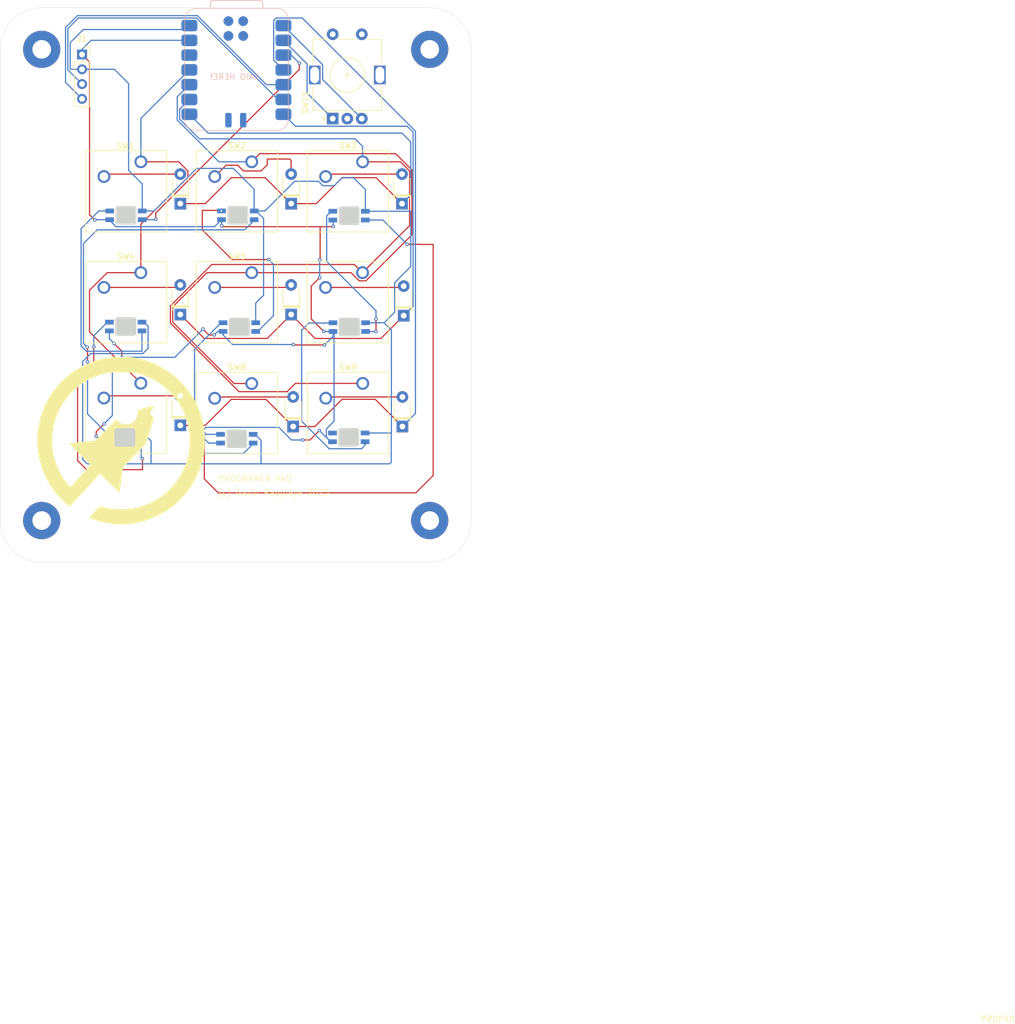
<source format=kicad_pcb>
(kicad_pcb (version 20241229) (generator "pcbnew") (generator_version "9.0")
  (layers (0 "F.Cu" signal) (2 "B.Cu" signal) (13 "F.Paste" user) (15 "B.Paste" user) (5 "F.SilkS" user "F.Silkscreen") (7 "B.SilkS" user "B.Silkscreen") (1 "F.Mask" user) (3 "B.Mask" user) (25 "Edge.Cuts" user))
  (net 0 "")
  (net 1 "/SDA")
  (net 2 "/SCL")
  (net 3 "Net-(D1-DOUT)")
  (net 4 "Net-(D1-DIN)")
  (net 5 "Row 0")
  (net 6 "Net-(D2-A)")
  (net 7 "Net-(D3-A)")
  (net 8 "Net-(D4-A)")
  (net 9 "Row 1")
  (net 10 "Net-(D5-A)")
  (net 11 "Net-(D6-A)")
  (net 12 "Net-(D7-A)")
  (net 13 "Row 2")
  (net 14 "Net-(D8-A)")
  (net 15 "Net-(D9-A)")
  (net 16 "Net-(D10-A)")
  (net 17 "Net-(D11-DOUT)")
  (net 18 "Net-(D12-DOUT)")
  (net 19 "Net-(D13-DOUT)")
  (net 20 "Net-(D14-DOUT)")
  (net 21 "Net-(D15-DOUT)")
  (net 22 "Net-(D16-DOUT)")
  (net 23 "Net-(D17-DOUT)")
  (net 25 "Column 0")
  (net 26 "Column 1")
  (net 27 "Column 2")
  (net 31 "Net-(U1-GPIO26{slash}ADC0{slash}A0)")
  (net 32 "Net-(U1-GPIO27{slash}ADC1{slash}A1)")
  (net 33 "+5V")
  (net 34 "GND")
  (footprint "Rotary_Encoder_hackpad:RotaryEncoder_Alps_EC11E-Switch_Vertical_H20mm" (layer "F.Cu") (at 74.472588 35.182825 90)
    (property "Reference" "SW11")
    (property "Value" "RotaryEncoder_Switch")
  )
  (footprint "Diode_THT:D_T-1_P5.08mm_Horizontal" (layer "F.Cu") (at 67.328838 68.837825 90)
    (property "Reference" "D6" (hide yes))
    (property "Value" "D")
  )
  (footprint "MountingHole:MountingHole_3.2mm_M3_Pad" (layer "F.Cu") (at 91.141338 104.239075)
    (property "Reference" "H4" (hide yes))
    (property "Value" "MountingHole" (hide yes))
  )
  (footprint "Diode_THT:D_T-1_P5.08mm_Horizontal" (layer "F.Cu") (at 86.672462 69.036503 90)
    (property "Reference" "D7" (hide yes))
    (property "Value" "D")
  )
  (footprint "Button_Switch_Keyboard:SW_Cherry_MX_1.00u_PCB" (layer "F.Cu") (at 41.50275 61.644076)
    (property "Reference" "SW4")
    (property "Value" "SW_Push_45deg" (hide yes))
  )
  (footprint "Diode_THT:D_T-1_P5.08mm_Horizontal" (layer "F.Cu") (at 86.451075 88.084167 90)
    (property "Reference" "D10" (hide yes))
    (property "Value" "D")
  )
  (footprint "Diode_THT:D_T-1_P5.08mm_Horizontal" (layer "F.Cu") (at 86.378838 49.787825 90)
    (property "Reference" "D4" (hide yes))
    (property "Value" "D")
  )
  (footprint "Button_Switch_Keyboard:SW_Cherry_MX_1.00u_PCB" (layer "F.Cu") (at 79.613336 42.597742)
    (property "Reference" "SW3")
    (property "Value" "SW_Push_45deg" (hide yes))
  )
  (footprint "MountingHole:MountingHole_3.2mm_M3_Pad" (layer "F.Cu") (at 91.141338 23.276575)
    (property "Reference" "H2" (hide yes))
    (property "Value" "MountingHole" (hide yes))
  )
  (footprint "Diode_THT:D_T-1_P5.08mm_Horizontal" (layer "F.Cu") (at 48.278838 68.837825 90)
    (property "Reference" "D5" (hide yes))
    (property "Value" "D")
  )
  (footprint "MountingHole:MountingHole_3.2mm_M3_Pad" (layer "F.Cu") (at 24.466338 104.239075)
    (property "Reference" "H3" (hide yes))
    (property "Value" "MountingHole" (hide yes))
  )
  (footprint "Button_Switch_Keyboard:SW_Cherry_MX_1.00u_PCB" (layer "F.Cu") (at 60.55275 61.644076)
    (property "Reference" "SW5")
    (property "Value" "SW_Push_45deg" (hide yes))
  )
  (footprint "MountingHole:MountingHole_3.2mm_M3_Pad" (layer "F.Cu") (at 24.466338 23.276575)
    (property "Reference" "H1" (hide yes))
    (property "Value" "MountingHole" (hide yes))
  )
  (footprint "Diode_THT:D_T-1_P5.08mm_Horizontal" (layer "F.Cu") (at 48.278838 87.887825 90)
    (property "Reference" "D8" (hide yes))
    (property "Value" "D")
  )
  (footprint "LOGO" (layer "F.Cu") (at 38.1 90.4875)
    (property "Reference" "G***")
    (property "Value" "LOGO" (hide yes))
  )
  (footprint "Diode_THT:D_T-1_P5.08mm_Horizontal" (layer "F.Cu") (at 67.672957 88.084167 90)
    (property "Reference" "D9" (hide yes))
    (property "Value" "D")
  )
  (footprint "Diode_THT:D_T-1_P5.08mm_Horizontal" (layer "F.Cu") (at 48.278838 49.787825 90)
    (property "Reference" "D2" (hide yes))
    (property "Value" "D")
  )
  (footprint "Button_Switch_Keyboard:SW_Cherry_MX_1.00u_PCB" (layer "F.Cu") (at 41.500192 80.644545)
    (property "Reference" "SW7")
    (property "Value" "SW_Push_45deg" (hide yes))
  )
  (footprint "Button_Switch_Keyboard:SW_Cherry_MX_1.00u_PCB" (layer "F.Cu") (at 41.507767 42.590023)
    (property "Reference" "SW1")
    (property "Value" "SW_Push_45deg" (hide yes))
  )
  (footprint "Button_Switch_Keyboard:SW_Cherry_MX_1.00u_PCB" (layer "F.Cu") (at 79.629327 80.676568)
    (property "Reference" "SW9")
    (property "Value" "SW_Push_45deg" (hide yes))
  )
  (footprint "Button_Switch_Keyboard:SW_Cherry_MX_1.00u_PCB" (layer "F.Cu") (at 60.548838 80.694075)
    (property "Reference" "SW8")
    (property "Value" "SW_Push_45deg" (hide yes))
  )
  (footprint "Button_Switch_Keyboard:SW_Cherry_MX_1.00u_PCB" (layer "F.Cu") (at 60.55275 42.594076)
    (property "Reference" "SW2")
    (property "Value" "SW_Push_45deg" (hide yes))
  )
  (footprint "Diode_THT:D_T-1_P5.08mm_Horizontal" (layer "F.Cu") (at 67.328838 49.787825 90)
    (property "Reference" "D3" (hide yes))
    (property "Value" "D")
  )
  (footprint "Button_Switch_Keyboard:SW_Cherry_MX_1.00u_PCB" (layer "F.Cu") (at 79.598531 61.646391)
    (property "Reference" "SW6" (hide yes))
    (property "Value" "SW_Push_45deg" (hide yes))
  )
  (footprint "Connector_PinSocket_2.54mm:PinSocket_1x04_P2.54mm_Vertical" (layer "F.Cu") (at 31.397807 24.161975)
    (property "Reference" "J1")
    (property "Value" "Conn_01x04_MountingPin")
  )
  (footprint "LED:BAcklight" (layer "B.Cu") (at 38.896907 70.901575 180)
    (property "Reference" "D11")
    (property "Value" "SK6812MINI")
    (fp_poly (pts (arc (start 1.8 -1.2005) (mid 1.682843 -1.483343) (end 1.4 -1.6005)) (xy 1.4 -1.6) (xy -1.4 -1.6) (arc (start -1.4065 -1.6) (mid -1.684815 -1.480719) (end -1.8 -1.2005)) (xy -1.8 -1.2) (arc (start -1.8 1.2) (mid -1.682843 1.482843) (end -1.4 1.6)) (arc (start 1.4 1.6) (mid 1.682843 1.482843) (end 1.8 1.2))) (fill yes) (layer "Edge.Cuts"))
  )
  (footprint "LED:BAcklight" (layer "B.Cu") (at 77.283108 51.851575 180)
    (property "Reference" "D16")
    (property "Value" "SK6812MINI")
    (fp_poly (pts (arc (start 1.8 -1.2005) (mid 1.682843 -1.483343) (end 1.4 -1.6005)) (xy 1.4 -1.6) (xy -1.4 -1.6) (arc (start -1.4065 -1.6) (mid -1.684815 -1.480719) (end -1.8 -1.2005)) (xy -1.8 -1.2) (arc (start -1.8 1.2) (mid -1.682843 1.482843) (end -1.4 1.6)) (arc (start 1.4 1.6) (mid 1.682843 1.482843) (end 1.8 1.2))) (fill yes) (layer "Edge.Cuts"))
  )
  (footprint "LED:BAcklight" (layer "B.Cu") (at 77.322545 71.003934 180)
    (property "Reference" "D17")
    (property "Value" "SK6812MINI")
    (fp_poly (pts (arc (start 1.8 -1.2005) (mid 1.682843 -1.483343) (end 1.4 -1.6005)) (xy 1.4 -1.6) (xy -1.4 -1.6) (arc (start -1.4065 -1.6) (mid -1.684815 -1.480719) (end -1.8 -1.2005)) (xy -1.8 -1.2) (arc (start -1.8 1.2) (mid -1.682843 1.482843) (end -1.4 1.6)) (arc (start 1.4 1.6) (mid 1.682843 1.482843) (end 1.8 1.2))) (fill yes) (layer "Edge.Cuts"))
  )
  (footprint "LED:BAcklight" (layer "B.Cu") (at 58.435088 71.000021 180)
    (property "Reference" "D14")
    (property "Value" "SK6812MINI")
    (fp_poly (pts (arc (start 1.8 -1.2005) (mid 1.682843 -1.483343) (end 1.4 -1.6005)) (xy 1.4 -1.6) (xy -1.4 -1.6) (arc (start -1.4065 -1.6) (mid -1.684815 -1.480719) (end -1.8 -1.2005)) (xy -1.8 -1.2) (arc (start -1.8 1.2) (mid -1.682843 1.482843) (end -1.4 1.6)) (arc (start 1.4 1.6) (mid 1.682843 1.482843) (end 1.8 1.2))) (fill yes) (layer "Edge.Cuts"))
  )
  (footprint "LED:BAcklight" (layer "B.Cu") (at 38.753838 89.951575 180)
    (property "Reference" "D12")
    (property "Value" "SK6812MINI")
    (fp_poly (pts (arc (start 1.8 -1.2005) (mid 1.682843 -1.483343) (end 1.4 -1.6005)) (xy 1.4 -1.6) (xy -1.4 -1.6) (arc (start -1.4065 -1.6) (mid -1.684815 -1.480719) (end -1.8 -1.2005)) (xy -1.8 -1.2) (arc (start -1.8 1.2) (mid -1.682843 1.482843) (end -1.4 1.6)) (arc (start 1.4 1.6) (mid 1.682843 1.482843) (end 1.8 1.2))) (fill yes) (layer "Edge.Cuts"))
  )
  (footprint "OPL:XIAO-RP2040-SMD" (layer "B.Cu") (at 58.003171 26.805357 180)
    (property "Reference" "U1" (hide yes))
    (property "Value" "XIAO-RP2040-DIP")
  )
  (footprint "LED:BAcklight" (layer "B.Cu") (at 57.998292 90.178833 180)
    (property "Reference" "D15")
    (property "Value" "SK6812MINI")
    (fp_poly (pts (arc (start 1.8 -1.2005) (mid 1.682843 -1.483343) (end 1.4 -1.6005)) (xy 1.4 -1.6) (xy -1.4 -1.6) (arc (start -1.4065 -1.6) (mid -1.684815 -1.480719) (end -1.8 -1.2005)) (xy -1.8 -1.2) (arc (start -1.8 1.2) (mid -1.682843 1.482843) (end -1.4 1.6)) (arc (start 1.4 1.6) (mid 1.682843 1.482843) (end 1.8 1.2))) (fill yes) (layer "Edge.Cuts"))
  )
  (footprint "LED:BAcklight" (layer "B.Cu") (at 38.940392 51.794794 180)
    (property "Reference" "D1" (hide yes))
    (property "Value" "SK6812MINI")
    (fp_poly (pts (arc (start 1.8 -1.2005) (mid 1.682843 -1.483343) (end 1.4 -1.6005)) (xy 1.4 -1.6) (xy -1.4 -1.6) (arc (start -1.4065 -1.6) (mid -1.684815 -1.480719) (end -1.8 -1.2005)) (xy -1.8 -1.2) (arc (start -1.8 1.2) (mid -1.682843 1.482843) (end -1.4 1.6)) (arc (start 1.4 1.6) (mid 1.682843 1.482843) (end 1.8 1.2))) (fill yes) (layer "Edge.Cuts"))
  )
  (footprint "LED:BAcklight" (layer "B.Cu") (at 58.168531 51.794794 180)
    (property "Reference" "D13")
    (property "Value" "SK6812MINI")
    (fp_poly (pts (arc (start 1.8 -1.2005) (mid 1.682843 -1.483343) (end 1.4 -1.6005)) (xy 1.4 -1.6) (xy -1.4 -1.6) (arc (start -1.4065 -1.6) (mid -1.684815 -1.480719) (end -1.8 -1.2005)) (xy -1.8 -1.2) (arc (start -1.8 1.2) (mid -1.682843 1.482843) (end -1.4 1.6)) (arc (start 1.4 1.6) (mid 1.682843 1.482843) (end 1.8 1.2))) (fill yes) (layer "Edge.Cuts"))
  )
  (footprint "LED:BAcklight" (layer "B.Cu") (at 77.235601 89.949238 180)
    (property "Reference" "D18")
    (property "Value" "SK6812MINI")
    (fp_poly (pts (arc (start 1.8 -1.2005) (mid 1.682843 -1.483343) (end 1.4 -1.6005)) (xy 1.4 -1.6) (xy -1.4 -1.6) (arc (start -1.4065 -1.6) (mid -1.684815 -1.480719) (end -1.8 -1.2005)) (xy -1.8 -1.2) (arc (start -1.8 1.2) (mid -1.682843 1.482843) (end -1.4 1.6)) (arc (start 1.4 1.6) (mid 1.682843 1.482843) (end 1.8 1.2))) (fill yes) (layer "Edge.Cuts"))
  )
  (gr_line (start 24.466338 16.132825) (end 91.141338 16.132825) (stroke (width 0.05)) (layer "Edge.Cuts"))
  (gr_line (start 98.285088 104.239075) (end 98.285088 23.276575) (stroke (width 0.05)) (layer "Edge.Cuts"))
  (gr_arc (start 91.141338 16.132825) (mid 96.192732 18.225181) (end 98.285088 23.276575) (stroke (width 0.05)) (layer "Edge.Cuts"))
  (gr_arc (start 98.285088 104.239075) (mid 96.192732 109.290469) (end 91.141338 111.382825) (stroke (width 0.05)) (layer "Edge.Cuts"))
  (gr_line (start 91.141338 111.382825) (end 24.466338 111.382825) (stroke (width 0.05)) (layer "Edge.Cuts"))
  (gr_line (start 17.322588 104.239075) (end 17.322588 23.276575) (stroke (width 0.05)) (layer "Edge.Cuts"))
  (gr_arc (start 24.466338 111.382825) (mid 19.414944 109.290469) (end 17.322588 104.239075) (stroke (width 0.05)) (layer "Edge.Cuts"))
  (gr_arc (start 17.322588 23.276575) (mid 19.414944 18.225181) (end 24.466338 16.132825) (stroke (width 0.05)) (layer "Edge.Cuts"))
  (gr_text "PROPAD" (at 185.7375 190.5 -0) (layer "F.SilkS") (effects (font (size 1 1) (thickness 0.1)) (justify left bottom)))
  (gr_text "PROGRAMER PAD\n" (at 54.76875 97.63125 0) (layer "F.SilkS") (effects (font (size 1 1) (thickness 0.1)) (justify left bottom)))
  (gr_text "(c) Gavin Rappleye 2025" (at 54.76875 100.0125 0) (layer "F.SilkS") (effects (font (size 1 1) (thickness 0.1)) (justify left bottom)))
  (gr_text "XAIO HERE!" (at 61.9125 28.575 0) (layer "B.SilkS") (effects (font (size 1 1) (thickness 0.1)) (justify left bottom mirror)))
  (segment (start 63.080329 29.345357) (end 51.218329 17.483357) (width 0.2) (layer "B.Cu") (net 1))
  (segment (start 66.003171 29.345357) (end 63.080329 29.345357) (width 0.2) (layer "B.Cu") (net 1))
  (segment (start 28.558088 28.942256) (end 31.397807 31.781975) (width 0.2) (layer "B.Cu") (net 1))
  (segment (start 28.558088 19.538125) (end 28.558088 28.942256) (width 0.2) (layer "B.Cu") (net 1))
  (segment (start 51.218329 17.483357) (end 30.612856 17.483357) (width 0.2) (layer "B.Cu") (net 1))
  (segment (start 30.612856 17.483357) (end 28.558088 19.538125) (width 0.2) (layer "B.Cu") (net 1))
  (segment (start 30.778956 17.884357) (end 28.959088 19.704225) (width 0.2) (layer "B.Cu") (net 2))
  (segment (start 51.052229 17.884357) (end 30.778956 17.884357) (width 0.2) (layer "B.Cu") (net 2))
  (segment (start 65.053229 31.885357) (end 51.052229 17.884357) (width 0.2) (layer "B.Cu") (net 2))
  (segment (start 66.003171 31.885357) (end 65.053229 31.885357) (width 0.2) (layer "B.Cu") (net 2))
  (segment (start 28.959088 26.803256) (end 31.397807 29.241975) (width 0.2) (layer "B.Cu") (net 2))
  (segment (start 28.959088 19.704225) (end 28.959088 26.803256) (width 0.2) (layer "B.Cu") (net 2))
  (segment (start 31.235088 74.245268) (end 31.235088 54.095382) (width 0.2) (layer "B.Cu") (net 3))
  (segment (start 41.696907 75.057144) (end 41.735088 75.095325) (width 0.2) (layer "B.Cu") (net 3))
  (segment (start 34.285676 51.044794) (end 36.140392 51.044794) (width 0.2) (layer "B.Cu") (net 3))
  (segment (start 32.135145 75.145325) (end 31.235088 74.245268) (width 0.2) (layer "B.Cu") (net 3))
  (segment (start 41.735088 75.095325) (end 41.685088 75.145325) (width 0.2) (layer "B.Cu") (net 3))
  (segment (start 31.235088 54.095382) (end 34.285676 51.044794) (width 0.2) (layer "B.Cu") (net 3))
  (segment (start 41.696907 71.651575) (end 41.696907 75.057144) (width 0.2) (layer "B.Cu") (net 3))
  (segment (start 41.685088 75.145325) (end 32.135145 75.145325) (width 0.2) (layer "B.Cu") (net 3))
  (segment (start 68.735088 25.645325) (end 68.735088 26.729575) (width 0.2) (layer "F.Cu") (net 4))
  (segment (start 44.060088 51.404575) (end 44.060088 52.470325) (width 0.2) (layer "F.Cu") (net 4))
  (segment (start 68.735088 26.729575) (end 44.060088 51.404575) (width 0.2) (layer "F.Cu") (net 4))
  (via (at 68.735088 25.645325) (size 0.6) (drill 0.3) (layers "F.Cu" "B.Cu") (net 4))
  (via (at 44.060088 52.470325) (size 0.6) (drill 0.3) (layers "F.Cu" "B.Cu") (net 4))
  (segment (start 67.35512 24.265357) (end 68.735088 25.645325) (width 0.2) (layer "B.Cu") (net 4))
  (segment (start 66.003171 24.265357) (end 67.35512 24.265357) (width 0.2) (layer "B.Cu") (net 4))
  (segment (start 44.060088 52.470325) (end 43.985619 52.544794) (width 0.2) (layer "B.Cu") (net 4))
  (segment (start 43.985619 52.544794) (end 41.740392 52.544794) (width 0.2) (layer "B.Cu") (net 4))
  (segment (start 62.864089 45.323076) (end 57.038934 45.323076) (width 0.2) (layer "F.Cu") (net 5))
  (segment (start 76.09952 45.326742) (end 81.917755 45.326742) (width 0.2) (layer "F.Cu") (net 5))
  (segment (start 67.328838 49.787825) (end 71.638437 49.787825) (width 0.2) (layer "F.Cu") (net 5))
  (segment (start 71.638437 49.787825) (end 76.09952 45.326742) (width 0.2) (layer "F.Cu") (net 5))
  (segment (start 67.328838 49.787825) (end 62.864089 45.323076) (width 0.2) (layer "F.Cu") (net 5))
  (segment (start 57.038934 45.323076) (end 52.574185 49.787825) (width 0.2) (layer "F.Cu") (net 5))
  (segment (start 81.917755 45.326742) (end 86.378838 49.787825) (width 0.2) (layer "F.Cu") (net 5))
  (segment (start 52.574185 49.787825) (end 48.278838 49.787825) (width 0.2) (layer "F.Cu") (net 5))
  (segment (start 86.378838 37.670325) (end 53.083139 37.670325) (width 0.2) (layer "B.Cu") (net 5))
  (segment (start 87.885088 48.281575) (end 87.885088 39.176575) (width 0.2) (layer "B.Cu") (net 5))
  (segment (start 86.378838 49.787825) (end 87.885088 48.281575) (width 0.2) (layer "B.Cu") (net 5))
  (segment (start 53.083139 37.670325) (end 49.838171 34.425357) (width 0.2) (layer "B.Cu") (net 5))
  (segment (start 87.885088 39.176575) (end 86.378838 37.670325) (width 0.2) (layer "B.Cu") (net 5))
  (segment (start 47.85664 45.130023) (end 48.278838 44.707825) (width 0.2) (layer "F.Cu") (net 6))
  (segment (start 48.278838 44.707825) (end 35.579965 44.707825) (width 0.2) (layer "F.Cu") (net 6))
  (segment (start 35.579965 44.707825) (end 35.157767 45.130023) (width 0.2) (layer "F.Cu") (net 6))
  (segment (start 63.235088 43.095325) (end 63.235088 42.120325) (width 0.2) (layer "F.Cu") (net 7))
  (segment (start 54.20275 45.134076) (end 56.141501 43.195325) (width 0.2) (layer "F.Cu") (net 7))
  (segment (start 58.160088 43.195325) (end 59.135088 44.170325) (width 0.2) (layer "F.Cu") (net 7))
  (segment (start 56.141501 43.195325) (end 58.160088 43.195325) (width 0.2) (layer "F.Cu") (net 7))
  (segment (start 62.160088 44.170325) (end 63.235088 43.095325) (width 0.2) (layer "F.Cu") (net 7))
  (segment (start 67.060088 42.120325) (end 67.328838 42.389075) (width 0.2) (layer "F.Cu") (net 7))
  (segment (start 59.135088 44.170325) (end 62.160088 44.170325) (width 0.2) (layer "F.Cu") (net 7))
  (segment (start 67.328838 42.389075) (end 67.328838 44.707825) (width 0.2) (layer "F.Cu") (net 7))
  (segment (start 63.235088 42.120325) (end 67.060088 42.120325) (width 0.2) (layer "F.Cu") (net 7))
  (segment (start 73.263336 45.137742) (end 73.693253 44.707825) (width 0.2) (layer "F.Cu") (net 8))
  (segment (start 73.693253 44.707825) (end 86.378838 44.707825) (width 0.2) (layer "F.Cu") (net 8))
  (segment (start 63.215142 72.951521) (end 52.392534 72.951521) (width 0.2) (layer "F.Cu") (net 9))
  (segment (start 67.328838 68.837825) (end 63.215142 72.951521) (width 0.2) (layer "F.Cu") (net 9))
  (segment (start 71.446447 72.955434) (end 82.753531 72.955434) (width 0.2) (layer "F.Cu") (net 9))
  (segment (start 82.753531 72.955434) (end 86.672462 69.036503) (width 0.2) (layer "F.Cu") (net 9))
  (segment (start 67.328838 68.837825) (end 71.446447 72.955434) (width 0.2) (layer "F.Cu") (net 9))
  (segment (start 52.392534 72.951521) (end 48.278838 68.837825) (width 0.2) (layer "F.Cu") (net 9))
  (segment (start 87.265688 36.483825) (end 88.286088 37.504225) (width 0.2) (layer "B.Cu") (net 9))
  (segment (start 88.286088 37.504225) (end 88.286088 67.422877) (width 0.2) (layer "B.Cu") (net 9))
  (segment (start 88.286088 67.422877) (end 86.672462 69.036503) (width 0.2) (layer "B.Cu") (net 9))
  (segment (start 66.003171 34.425357) (end 68.061639 36.483825) (width 0.2) (layer "B.Cu") (net 9))
  (segment (start 68.061639 36.483825) (end 87.265688 36.483825) (width 0.2) (layer "B.Cu") (net 9))
  (segment (start 35.15275 64.184076) (end 47.852587 64.184076) (width 0.2) (layer "F.Cu") (net 10))
  (segment (start 47.852587 64.184076) (end 48.278838 63.757825) (width 0.2) (layer "F.Cu") (net 10))
  (segment (start 54.20275 64.184076) (end 66.902587 64.184076) (width 0.2) (layer "F.Cu") (net 11))
  (segment (start 66.902587 64.184076) (end 67.328838 63.757825) (width 0.2) (layer "F.Cu") (net 11))
  (segment (start 73.248531 64.186391) (end 86.442574 64.186391) (width 0.2) (layer "F.Cu") (net 12))
  (segment (start 86.442574 64.186391) (end 86.672462 63.956503) (width 0.2) (layer "F.Cu") (net 12))
  (segment (start 63.011865 83.423075) (end 67.672957 88.084167) (width 0.2) (layer "F.Cu") (net 13))
  (segment (start 48.278838 87.887825) (end 52.570272 87.887825) (width 0.2) (layer "F.Cu") (net 13))
  (segment (start 57.035022 83.423075) (end 63.011865 83.423075) (width 0.2) (layer "F.Cu") (net 13))
  (segment (start 52.570272 87.887825) (end 57.035022 83.423075) (width 0.2) (layer "F.Cu") (net 13))
  (segment (start 67.672957 88.084167) (end 71.396246 88.084167) (width 0.2) (layer "F.Cu") (net 13))
  (segment (start 71.396246 88.084167) (end 76.074845 83.405568) (width 0.2) (layer "F.Cu") (net 13))
  (segment (start 81.772476 83.405568) (end 86.451075 88.084167) (width 0.2) (layer "F.Cu") (net 13))
  (segment (start 76.074845 83.405568) (end 81.772476 83.405568) (width 0.2) (layer "F.Cu") (net 13))
  (segment (start 66.003171 26.805357) (end 64.327171 25.129357) (width 0.2) (layer "B.Cu") (net 13))
  (segment (start 88.687088 37.338125) (end 88.687088 85.848154) (width 0.2) (layer "B.Cu") (net 13))
  (segment (start 64.327171 18.346299) (end 64.789113 17.884357) (width 0.2) (layer "B.Cu") (net 13))
  (segment (start 64.327171 25.129357) (end 64.327171 18.346299) (width 0.2) (layer "B.Cu") (net 13))
  (segment (start 69.23332 17.884357) (end 88.687088 37.338125) (width 0.2) (layer "B.Cu") (net 13))
  (segment (start 88.687088 85.848154) (end 86.451075 88.084167) (width 0.2) (layer "B.Cu") (net 13))
  (segment (start 64.789113 17.884357) (end 69.23332 17.884357) (width 0.2) (layer "B.Cu") (net 13))
  (segment (start 35.526912 82.807825) (end 35.150192 83.184545) (width 0.2) (layer "F.Cu") (net 14))
  (segment (start 48.278838 82.807825) (end 35.526912 82.807825) (width 0.2) (layer "F.Cu") (net 14))
  (segment (start 67.672957 83.004167) (end 54.428746 83.004167) (width 0.2) (layer "F.Cu") (net 15))
  (segment (start 54.428746 83.004167) (end 54.198838 83.234075) (width 0.2) (layer "F.Cu") (net 15))
  (segment (start 73.491728 83.004167) (end 73.279327 83.216568) (width 0.2) (layer "F.Cu") (net 16))
  (segment (start 86.451075 83.004167) (end 73.491728 83.004167) (width 0.2) (layer "F.Cu") (net 16))
  (segment (start 33.410088 77.445325) (end 33.410088 74.370325) (width 0.2) (layer "F.Cu") (net 17))
  (segment (start 41.785088 95.495325) (end 32.185088 95.495325) (width 0.2) (layer "F.Cu") (net 17))
  (segment (start 32.910088 77.945325) (end 33.410088 77.445325) (width 0.2) (layer "F.Cu") (net 17))
  (segment (start 31.610088 77.945325) (end 32.910088 77.945325) (width 0.2) (layer "F.Cu") (net 17))
  (segment (start 32.185088 95.495325) (end 30.635088 93.945325) (width 0.2) (layer "F.Cu") (net 17))
  (segment (start 30.635088 93.945325) (end 30.635088 78.920325) (width 0.2) (layer "F.Cu") (net 17))
  (segment (start 41.760088 93.595325) (end 41.785088 93.620325) (width 0.2) (layer "F.Cu") (net 17))
  (segment (start 30.635088 78.920325) (end 31.610088 77.945325) (width 0.2) (layer "F.Cu") (net 17))
  (segment (start 41.785088 93.620325) (end 41.785088 95.495325) (width 0.2) (layer "F.Cu") (net 17))
  (via (at 33.410088 74.370325) (size 0.6) (drill 0.3) (layers "F.Cu" "B.Cu") (net 17))
  (via (at 41.760088 93.595325) (size 0.6) (drill 0.3) (layers "F.Cu" "B.Cu") (net 17))
  (segment (start 36.096907 70.151575) (end 35.756907 70.151575) (width 0.2) (layer "B.Cu") (net 17))
  (segment (start 33.410088 72.498394) (end 33.410088 74.370325) (width 0.2) (layer "B.Cu") (net 17))
  (segment (start 41.553838 93.389075) (end 41.553838 90.701575) (width 0.2) (layer "B.Cu") (net 17))
  (segment (start 35.756907 70.151575) (end 33.410088 72.498394) (width 0.2) (layer "B.Cu") (net 17))
  (segment (start 41.760088 93.595325) (end 41.553838 93.389075) (width 0.2) (layer "B.Cu") (net 17))
  (segment (start 32.285088 74.445325) (end 32.335088 74.495325) (width 0.2) (layer "F.Cu") (net 18))
  (segment (start 32.335088 74.495325) (end 32.335088 76.945325) (width 0.2) (layer "F.Cu") (net 18))
  (via (at 32.285088 74.445325) (size 0.6) (drill 0.3) (layers "F.Cu" "B.Cu") (net 18))
  (via (at 32.335088 76.945325) (size 0.6) (drill 0.3) (layers "F.Cu" "B.Cu") (net 18))
  (segment (start 32.335088 76.945325) (end 32.335088 85.922825) (width 0.2) (layer "B.Cu") (net 18))
  (segment (start 32.335088 85.922825) (end 35.613838 89.201575) (width 0.2) (layer "B.Cu") (net 18))
  (segment (start 32.285088 74.445325) (end 31.635088 73.795325) (width 0.2) (layer "B.Cu") (net 18))
  (segment (start 60.968531 52.660244) (end 60.968531 52.544794) (width 0.2) (layer "B.Cu") (net 18))
  (segment (start 33.991338 54.295325) (end 59.33345 54.295325) (width 0.2) (layer "B.Cu") (net 18))
  (segment (start 59.33345 54.295325) (end 60.968531 52.660244) (width 0.2) (layer "B.Cu") (net 18))
  (segment (start 35.613838 89.201575) (end 35.953838 89.201575) (width 0.2) (layer "B.Cu") (net 18))
  (segment (start 31.635088 56.651575) (end 33.991338 54.295325) (width 0.2) (layer "B.Cu") (net 18))
  (segment (start 31.635088 73.795325) (end 31.635088 56.651575) (width 0.2) (layer "B.Cu") (net 18))
  (segment (start 57.160088 59.395325) (end 63.460088 59.395325) (width 0.2) (layer "F.Cu") (net 19))
  (segment (start 52.060088 54.295325) (end 57.160088 59.395325) (width 0.2) (layer "F.Cu") (net 19))
  (segment (start 55.235088 50.945325) (end 55.335088 51.045325) (width 0.2) (layer "F.Cu") (net 19))
  (segment (start 52.060088 50.945325) (end 55.235088 50.945325) (width 0.2) (layer "F.Cu") (net 19))
  (segment (start 52.060088 50.945325) (end 52.060088 54.295325) (width 0.2) (layer "F.Cu") (net 19))
  (via (at 63.460088 59.395325) (size 0.6) (drill 0.3) (layers "F.Cu" "B.Cu") (net 19))
  (via (at 55.335088 51.045325) (size 0.6) (drill 0.3) (layers "F.Cu" "B.Cu") (net 19))
  (segment (start 64.29375 60.228987) (end 64.29375 69.031359) (width 0.2) (layer "B.Cu") (net 19))
  (segment (start 63.460088 59.395325) (end 64.29375 60.228987) (width 0.2) (layer "B.Cu") (net 19))
  (segment (start 55.368531 51.044794) (end 55.335619 51.044794) (width 0.2) (layer "B.Cu") (net 19))
  (segment (start 61.575088 71.750021) (end 61.235088 71.750021) (width 0.2) (layer "B.Cu") (net 19))
  (segment (start 64.29375 69.031359) (end 61.575088 71.750021) (width 0.2) (layer "B.Cu") (net 19))
  (segment (start 55.335619 51.044794) (end 55.335088 51.045325) (width 0.2) (layer "B.Cu") (net 19))
  (segment (start 50.735088 92.720325) (end 50.735088 74.810021) (width 0.2) (layer "B.Cu") (net 20))
  (segment (start 60.798292 91.044283) (end 59.12225 92.720325) (width 0.2) (layer "B.Cu") (net 20))
  (segment (start 60.798292 90.928833) (end 60.798292 91.044283) (width 0.2) (layer "B.Cu") (net 20))
  (segment (start 55.295088 70.250021) (end 55.635088 70.250021) (width 0.2) (layer "B.Cu") (net 20))
  (segment (start 59.12225 92.720325) (end 50.735088 92.720325) (width 0.2) (layer "B.Cu") (net 20))
  (segment (start 50.735088 74.810021) (end 55.295088 70.250021) (width 0.2) (layer "B.Cu") (net 20))
  (segment (start 89.410088 56.770325) (end 87.304438 56.770325) (width 0.2) (layer "F.Cu") (net 21))
  (segment (start 87.304438 56.770325) (end 87.285088 56.789675) (width 0.2) (layer "F.Cu") (net 21))
  (segment (start 91.735088 56.795325) (end 89.435088 56.795325) (width 0.2) (layer "F.Cu") (net 21))
  (segment (start 54.791338 99.476575) (end 88.760088 99.476575) (width 0.2) (layer "F.Cu") (net 21))
  (segment (start 88.760088 99.476575) (end 91.735088 96.501575) (width 0.2) (layer "F.Cu") (net 21))
  (segment (start 89.435088 56.795325) (end 89.410088 56.770325) (width 0.2) (layer "F.Cu") (net 21))
  (segment (start 52.410088 97.095325) (end 54.791338 99.476575) (width 0.2) (layer "F.Cu") (net 21))
  (segment (start 52.410088 89.345325) (end 52.410088 97.095325) (width 0.2) (layer "F.Cu") (net 21))
  (segment (start 91.735088 96.501575) (end 91.735088 56.795325) (width 0.2) (layer "F.Cu") (net 21))
  (via (at 87.285088 56.789675) (size 0.6) (drill 0.3) (layers "F.Cu" "B.Cu") (net 21))
  (via (at 52.410088 89.345325) (size 0.6) (drill 0.3) (layers "F.Cu" "B.Cu") (net 21))
  (segment (start 80.083108 52.601575) (end 83.096988 52.601575) (width 0.2) (layer "B.Cu") (net 21))
  (segment (start 52.410088 89.345325) (end 52.493596 89.428833) (width 0.2) (layer "B.Cu") (net 21))
  (segment (start 52.493596 89.428833) (end 55.198292 89.428833) (width 0.2) (layer "B.Cu") (net 21))
  (segment (start 83.096988 52.601575) (end 87.285088 56.789675) (width 0.2) (layer "B.Cu") (net 21))
  (segment (start 81.810088 71.870325) (end 81.910088 71.770325) (width 0.2) (layer "F.Cu") (net 22))
  (segment (start 81.910088 69.653934) (end 81.910088 71.770325) (width 0.2) (layer "F.Cu") (net 22))
  (via (at 81.910088 71.770325) (size 0.6) (drill 0.3) (layers "F.Cu" "B.Cu") (net 22))
  (via (at 81.910088 69.653934) (size 0.6) (drill 0.3) (layers "F.Cu" "B.Cu") (net 22))
  (segment (start 74.221108 51.101575) (end 73.432108 51.890575) (width 0.2) (layer "B.Cu") (net 22))
  (segment (start 80.138936 71.770325) (end 80.122545 71.753934) (width 0.2) (layer "B.Cu") (net 22))
  (segment (start 74.483108 51.101575) (end 74.221108 51.101575) (width 0.2) (layer "B.Cu") (net 22))
  (segment (start 73.432108 51.890575) (end 73.432108 59.718438) (width 0.2) (layer "B.Cu") (net 22))
  (segment (start 81.910088 68.196418) (end 81.910088 69.653934) (width 0.2) (layer "B.Cu") (net 22))
  (segment (start 81.910088 71.770325) (end 80.138936 71.770325) (width 0.2) (layer "B.Cu") (net 22))
  (segment (start 73.432108 59.718438) (end 81.910088 68.196418) (width 0.2) (layer "B.Cu") (net 22))
  (segment (start 73.875101 91.900738) (end 79.444101 91.900738) (width 0.2) (layer "B.Cu") (net 23))
  (segment (start 74.481154 70.295325) (end 70.385088 70.295325) (width 0.2) (layer "B.Cu") (net 23))
  (segment (start 69.135088 87.160725) (end 73.875101 91.900738) (width 0.2) (layer "B.Cu") (net 23))
  (segment (start 79.444101 91.900738) (end 80.035601 91.309238) (width 0.2) (layer "B.Cu") (net 23))
  (segment (start 69.135088 71.445325) (end 69.135088 87.160725) (width 0.2) (layer "B.Cu") (net 23))
  (segment (start 69.235088 71.445325) (end 69.135088 71.445325) (width 0.2) (layer "B.Cu") (net 23))
  (segment (start 74.522545 70.253934) (end 74.481154 70.295325) (width 0.2) (layer "B.Cu") (net 23))
  (segment (start 80.035601 91.309238) (end 80.035601 90.699238) (width 0.2) (layer "B.Cu") (net 23))
  (segment (start 70.385088 70.295325) (end 69.235088 71.445325) (width 0.2) (layer "B.Cu") (net 23))
  (segment (start 35.711436 61.644076) (end 32.68175 64.673762) (width 0.2) (layer "F.Cu") (net 25))
  (segment (start 48.000928 42.590023) (end 49.579838 44.168933) (width 0.2) (layer "F.Cu") (net 25))
  (segment (start 32.68175 64.673762) (end 32.68175 71.826103) (width 0.2) (layer "F.Cu") (net 25))
  (segment (start 41.50275 53.323805) (end 41.50275 61.644076) (width 0.2) (layer "F.Cu") (net 25))
  (segment (start 41.507767 42.590023) (end 48.000928 42.590023) (width 0.2) (layer "F.Cu") (net 25))
  (segment (start 49.579838 44.168933) (end 49.579838 45.246717) (width 0.2) (layer "F.Cu") (net 25))
  (segment (start 49.579838 45.246717) (end 41.50275 53.323805) (width 0.2) (layer "F.Cu") (net 25))
  (segment (start 41.50275 61.644076) (end 35.711436 61.644076) (width 0.2) (layer "F.Cu") (net 25))
  (segment (start 32.68175 71.826103) (end 41.500192 80.644545) (width 0.2) (layer "F.Cu") (net 25))
  (segment (start 41.507767 35.135761) (end 41.507767 42.590023) (width 0.2) (layer "B.Cu") (net 25))
  (segment (start 49.838171 26.805357) (end 41.507767 35.135761) (width 0.2) (layer "B.Cu") (net 25))
  (segment (start 61.950084 41.196742) (end 85.274747 41.196742) (width 0.2) (layer "F.Cu") (net 26))
  (segment (start 88.080838 55.145398) (end 80.178845 63.047391) (width 0.2) (layer "F.Cu") (net 26))
  (segment (start 77.614902 61.644076) (end 60.55275 61.644076) (width 0.2) (layer "F.Cu") (net 26))
  (segment (start 57.533088 80.694075) (end 60.548838 80.694075) (width 0.2) (layer "F.Cu") (net 26))
  (segment (start 79.018217 63.047391) (end 77.614902 61.644076) (width 0.2) (layer "F.Cu") (net 26))
  (segment (start 80.178845 63.047391) (end 79.018217 63.047391) (width 0.2) (layer "F.Cu") (net 26))
  (segment (start 60.55275 61.644076) (end 52.870587 61.644076) (width 0.2) (layer "F.Cu") (net 26))
  (segment (start 88.080838 44.002833) (end 88.080838 55.145398) (width 0.2) (layer "F.Cu") (net 26))
  (segment (start 46.977838 70.138825) (end 57.533088 80.694075) (width 0.2) (layer "F.Cu") (net 26))
  (segment (start 46.977838 67.536825) (end 46.977838 70.138825) (width 0.2) (layer "F.Cu") (net 26))
  (segment (start 85.274747 41.196742) (end 88.080838 44.002833) (width 0.2) (layer "F.Cu") (net 26))
  (segment (start 52.870587 61.644076) (end 46.977838 67.536825) (width 0.2) (layer "F.Cu") (net 26))
  (segment (start 60.55275 42.594076) (end 61.950084 41.196742) (width 0.2) (layer "F.Cu") (net 26))
  (segment (start 54.924732 42.594076) (end 60.55275 42.594076) (width 0.2) (layer "B.Cu") (net 26))
  (segment (start 47.761171 35.430515) (end 54.924732 42.594076) (width 0.2) (layer "B.Cu") (net 26))
  (segment (start 49.838171 29.345357) (end 47.761171 31.422357) (width 0.2) (layer "B.Cu") (net 26))
  (segment (start 47.761171 31.422357) (end 47.761171 35.430515) (width 0.2) (layer "B.Cu") (net 26))
  (segment (start 86.108647 42.597742) (end 87.679838 44.168933) (width 0.2) (layer "F.Cu") (net 27))
  (segment (start 87.679838 44.168933) (end 87.679838 53.565084) (width 0.2) (layer "F.Cu") (net 27))
  (segment (start 46.576838 67.370725) (end 46.576838 70.304925) (width 0.2) (layer "F.Cu") (net 27))
  (segment (start 66.635338 82.095075) (end 68.053845 80.676568) (width 0.2) (layer "F.Cu") (net 27))
  (segment (start 87.679838 53.565084) (end 79.598531 61.646391) (width 0.2) (layer "F.Cu") (net 27))
  (segment (start 58.366988 82.095075) (end 66.635338 82.095075) (width 0.2) (layer "F.Cu") (net 27))
  (segment (start 78.195216 60.243076) (end 53.704487 60.243076) (width 0.2) (layer "F.Cu") (net 27))
  (segment (start 68.053845 80.676568) (end 79.629327 80.676568) (width 0.2) (layer "F.Cu") (net 27))
  (segment (start 53.704487 60.243076) (end 46.576838 67.370725) (width 0.2) (layer "F.Cu") (net 27))
  (segment (start 79.613336 42.597742) (end 86.108647 42.597742) (width 0.2) (layer "F.Cu") (net 27))
  (segment (start 46.576838 70.304925) (end 58.366988 82.095075) (width 0.2) (layer "F.Cu") (net 27))
  (segment (start 79.598531 61.646391) (end 78.195216 60.243076) (width 0.2) (layer "F.Cu") (net 27))
  (segment (start 79.613336 42.597742) (end 79.613336 39.945325) (width 0.2) (layer "B.Cu") (net 27))
  (segment (start 79.613336 39.945325) (end 78.313336 38.645325) (width 0.2) (layer "B.Cu") (net 27))
  (segment (start 51.543081 38.645325) (end 48.162171 35.264415) (width 0.2) (layer "B.Cu") (net 27))
  (segment (start 78.313336 38.645325) (end 51.543081 38.645325) (width 0.2) (layer "B.Cu") (net 27))
  (segment (start 48.162171 35.264415) (end 48.162171 33.561357) (width 0.2) (layer "B.Cu") (net 27))
  (segment (start 48.162171 33.561357) (end 49.838171 31.885357) (width 0.2) (layer "B.Cu") (net 27))
  (segment (start 72.735088 25.917274) (end 72.735088 28.445325) (width 0.2) (layer "B.Cu") (net 31))
  (segment (start 66.003171 19.185357) (end 72.735088 25.917274) (width 0.2) (layer "B.Cu") (net 31))
  (segment (start 72.735088 28.445325) (end 79.472588 35.182825) (width 0.2) (layer "B.Cu") (net 31))
  (segment (start 66.003171 21.725357) (end 70.071588 25.793774) (width 0.2) (layer "B.Cu") (net 32))
  (segment (start 70.071588 30.781825) (end 74.472588 35.182825) (width 0.2) (layer "B.Cu") (net 32))
  (segment (start 70.071588 25.793774) (end 70.071588 30.781825) (width 0.2) (layer "B.Cu") (net 32))
  (segment (start 39.400713 29.16095) (end 36.941738 26.701975) (width 0.2) (layer "B.Cu") (net 33))
  (segment (start 43.260088 94.495325) (end 62.160088 94.495325) (width 0.2) (layer "B.Cu") (net 33))
  (segment (start 31.610088 19.870325) (end 49.153203 19.870325) (width 0.2) (layer "B.Cu") (net 33))
  (segment (start 60.968531 47.305041) (end 60.968531 51.044794) (width 0.2) (layer "B.Cu") (net 33))
  (segment (start 49.153203 19.870325) (end 49.838171 19.185357) (width 0.2) (layer "B.Cu") (net 33))
  (segment (start 29.491738 26.701975) (end 29.360088 26.570325) (width 0.2) (layer "B.Cu") (net 33))
  (segment (start 72.774704 46.703926) (end 74.722336 46.703926) (width 0.2) (layer "B.Cu") (net 33))
  (segment (start 31.397807 26.701975) (end 29.491738 26.701975) (width 0.2) (layer "B.Cu") (net 33))
  (segment (start 85.110088 63.370325) (end 87.885088 60.595325) (width 0.2) (layer "B.Cu") (net 33))
  (segment (start 60.798292 89.428833) (end 61.138292 89.428833) (width 0.2) (layer "B.Cu") (net 33))
  (segment (start 62.831761 51.044794) (end 67.93123 45.945325) (width 0.2) (layer "B.Cu") (net 33))
  (segment (start 31.510088 93.720325) (end 31.510088 76.920382) (width 0.2) (layer "B.Cu") (net 33))
  (segment (start 43.781761 51.044794) (end 51.093479 43.733076) (width 0.2) (layer "B.Cu") (net 33))
  (segment (start 80.083108 47.362698) (end 80.083108 51.101575) (width 0.2) (layer "B.Cu") (net 33))
  (segment (start 84.560088 71.503934) (end 83.310088 70.253934) (width 0.2) (layer "B.Cu") (net 33))
  (segment (start 74.722336 46.703926) (end 76.09952 45.326742) (width 0.2) (layer "B.Cu") (net 33))
  (segment (start 87.885088 60.595325) (end 87.885088 51.095325) (width 0.2) (layer "B.Cu") (net 33))
  (segment (start 57.396566 43.733076) (end 60.968531 47.305041) (width 0.2) (layer "B.Cu") (net 33))
  (segment (start 84.531175 94.220325) (end 84.531175 89.199238) (width 0.2) (layer "B.Cu") (net 33))
  (segment (start 42.036907 70.151575) (end 41.696907 70.151575) (width 0.2) (layer "B.Cu") (net 33))
  (segment (start 87.885088 51.095325) (end 87.878838 51.101575) (width 0.2) (layer "B.Cu") (net 33))
  (segment (start 80.035601 89.199238) (end 84.531175 89.199238) (width 0.2) (layer "B.Cu") (net 33))
  (segment (start 84.531175 89.199238) (end 84.560088 89.170325) (width 0.2) (layer "B.Cu") (net 33))
  (segment (start 61.235088 66.883268) (end 61.235088 70.250021) (width 0.2) (layer "B.Cu") (net 33))
  (segment (start 62.59528 52.331543) (end 62.59528 65.523076) (width 0.2) (layer "B.Cu") (net 33))
  (segment (start 29.360088 22.120325) (end 31.610088 19.870325) (width 0.2) (layer "B.Cu") (net 33))
  (segment (start 62.160088 90.450629) (end 62.160088 94.495325) (width 0.2) (layer "B.Cu") (net 33))
  (segment (start 41.740392 51.044794) (end 43.781761 51.044794) (width 0.2) (layer "B.Cu") (net 33))
  (segment (start 29.360088 26.570325) (end 29.360088 22.120325) (width 0.2) (layer "B.Cu") (net 33))
  (segment (start 42.747907 74.649606) (end 42.747907 70.862575) (width 0.2) (layer "B.Cu") (net 33))
  (segment (start 32.884145 75.546325) (end 41.851188 75.546325) (width 0.2) (layer "B.Cu") (net 33))
  (segment (start 36.941738 26.701975) (end 31.397807 26.701975) (width 0.2) (layer "B.Cu") (net 33))
  (segment (start 60.968531 51.044794) (end 62.831761 51.044794) (width 0.2) (layer "B.Cu") (net 33))
  (segment (start 67.93123 45.945325) (end 72.016103 45.945325) (width 0.2) (layer "B.Cu") (net 33))
  (segment (start 43.260088 94.495325) (end 43.260088 90.567825) (width 0.2) (layer "B.Cu") (net 33))
  (segment (start 41.740392 46.400629) (end 39.400713 44.06095) (width 0.2) (layer "B.Cu") (net 33))
  (segment (start 43.260088 94.495325) (end 32.285088 94.495325) (width 0.2) (layer "B.Cu") (net 33))
  (segment (start 84.560088 89.170325) (end 84.560088 71.503934) (width 0.2) (layer "B.Cu") (net 33))
  (segment (start 85.110088 68.453934) (end 85.110088 63.370325) (width 0.2) (layer "B.Cu") (net 33))
  (segment (start 41.740392 51.044794) (end 41.784423 51.088825) (width 0.2) (layer "B.Cu") (net 33))
  (segment (start 72.016103 45.945325) (end 72.774704 46.703926) (width 0.2) (layer "B.Cu") (net 33))
  (segment (start 61.308531 51.044794) (end 62.59528 52.331543) (width 0.2) (layer "B.Cu") (net 33))
  (segment (start 84.256175 94.495325) (end 84.531175 94.220325) (width 0.2) (layer "B.Cu") (net 33))
  (segment (start 76.09952 45.326742) (end 78.047152 45.326742) (width 0.2) (layer "B.Cu") (net 33))
  (segment (start 41.893838 89.201575) (end 41.553838 89.201575) (width 0.2) (layer "B.Cu") (net 33))
  (segment (start 60.968531 51.044794) (end 61.012562 51.088825) (width 0.2) (layer "B.Cu") (net 33))
  (segment (start 43.260088 90.567825) (end 41.893838 89.201575) (width 0.2) (layer "B.Cu") (net 33))
  (segment (start 87.878838 51.101575) (end 80.083108 51.101575) (width 0.2) (layer "B.Cu") (net 33))
  (segment (start 60.968531 51.044794) (end 61.308531 51.044794) (width 0.2) (layer "B.Cu") (net 33))
  (segment (start 41.985088 50.800098) (end 41.740392 51.044794) (width 0.2) (layer "B.Cu") (net 33))
  (segment (start 31.510088 76.920382) (end 32.884145 75.546325) (width 0.2) (layer "B.Cu") (net 33))
  (segment (start 41.740392 51.044794) (end 41.740392 46.400629) (width 0.2) (layer "B.Cu") (net 33))
  (segment (start 62.59528 65.523076) (end 61.235088 66.883268) (width 0.2) (layer "B.Cu") (net 33))
  (segment (start 42.747907 70.862575) (end 42.036907 70.151575) (width 0.2) (layer "B.Cu") (net 33))
  (segment (start 32.285088 94.495325) (end 31.510088 93.720325) (width 0.2) (layer "B.Cu") (net 33))
  (segment (start 51.093479 43.733076) (end 57.396566 43.733076) (width 0.2) (layer "B.Cu") (net 33))
  (segment (start 83.310088 70.253934) (end 80.122545 70.253934) (width 0.2) (layer "B.Cu") (net 33))
  (segment (start 78.047152 45.326742) (end 80.083108 47.362698) (width 0.2) (layer "B.Cu") (net 33))
  (segment (start 62.160088 94.495325) (end 84.256175 94.495325) (width 0.2) (layer "B.Cu") (net 33))
  (segment (start 39.400713 44.06095) (end 39.400713 29.16095) (width 0.2) (layer "B.Cu") (net 33))
  (segment (start 61.138292 89.428833) (end 62.160088 90.450629) (width 0.2) (layer "B.Cu") (net 33))
  (segment (start 41.851188 75.546325) (end 42.747907 74.649606) (width 0.2) (layer "B.Cu") (net 33))
  (segment (start 83.310088 70.253934) (end 85.110088 68.453934) (width 0.2) (layer "B.Cu") (net 33))
  (segment (start 72.310088 59.420325) (end 72.260088 59.470325) (width 0.2) (layer "F.Cu") (net 34))
  (segment (start 54.110088 72.351521) (end 53.191284 72.351521) (width 0.2) (layer "F.Cu") (net 34))
  (segment (start 33.835088 88.970325) (end 33.835088 89.770325) (width 0.2) (layer "F.Cu") (net 34))
  (segment (start 38.235088 76.195325) (end 38.235088 75.145325) (width 0.2) (layer "F.Cu") (net 34))
  (segment (start 67.785088 74.070325) (end 67.710088 73.995325) (width 0.2) (layer "F.Cu") (net 34))
  (segment (start 55.561057 53.746294) (end 72.310088 53.746294) (width 0.2) (layer "F.Cu") (net 34))
  (segment (start 35.185088 87.620325) (end 33.835088 88.970325) (width 0.2) (layer "F.Cu") (net 34))
  (segment (start 73.060088 74.070325) (end 67.785088 74.070325) (width 0.2) (layer "F.Cu") (net 34))
  (segment (start 72.310088 53.746294) (end 74.509119 53.746294) (width 0.2) (layer "F.Cu") (net 34))
  (segment (start 74.509119 53.746294) (end 74.560088 53.695325) (width 0.2) (layer "F.Cu") (net 34))
  (segment (start 32.686767 25.450935) (end 31.397807 24.161975) (width 0.2) (layer "F.Cu") (net 34))
  (segment (start 70.777531 69.587768) (end 72.935088 71.745325) (width 0.2) (layer "F.Cu") (net 34))
  (segment (start 70.777531 63.952882) (end 70.777531 69.587768) (width 0.2) (layer "F.Cu") (net 34))
  (segment (start 55.385088 53.570325) (end 55.561057 53.746294) (width 0.2) (layer "F.Cu") (net 34))
  (segment (start 70.560088 90.395325) (end 72.185088 88.770325) (width 0.2) (layer "F.Cu") (net 34))
  (segment (start 33.585088 52.595325) (end 32.686767 51.697004) (width 0.2) (layer "F.Cu") (net 34))
  (segment (start 72.310088 53.746294) (end 72.310088 59.420325) (width 0.2) (layer "F.Cu") (net 34))
  (segment (start 38.235088 75.145325) (end 36.910088 73.820325) (width 0.2) (layer "F.Cu") (net 34))
  (segment (start 69.335088 90.395325) (end 70.560088 90.395325) (width 0.2) (layer "F.Cu") (net 34))
  (segment (start 32.686767 51.697004) (end 32.686767 25.450935) (width 0.2) (layer "F.Cu") (net 34))
  (segment (start 53.191284 72.351521) (end 52.185088 71.345325) (width 0.2) (layer "F.Cu") (net 34))
  (segment (start 72.235088 62.495325) (end 70.777531 63.952882) (width 0.2) (layer "F.Cu") (net 34))
  (via (at 72.185088 88.770325) (size 0.6) (drill 0.3) (layers "F.Cu" "B.Cu") (net 34))
  (via (at 72.235088 62.495325) (size 0.6) (drill 0.3) (layers "F.Cu" "B.Cu") (net 34))
  (via (at 36.910088 73.820325) (size 0.6) (drill 0.3) (layers "F.Cu" "B.Cu") (net 34))
  (via (at 52.185088 71.345325) (size 0.6) (drill 0.3) (layers "F.Cu" "B.Cu") (net 34))
  (via (at 33.585088 52.595325) (size 0.6) (drill 0.3) (layers "F.Cu" "B.Cu") (net 34))
  (via (at 35.185088 87.620325) (size 0.6) (drill 0.3) (layers "F.Cu" "B.Cu") (net 34))
  (via (at 67.710088 73.995325) (size 0.6) (drill 0.3) (layers "F.Cu" "B.Cu") (net 34))
  (via (at 55.385088 53.570325) (size 0.6) (drill 0.3) (layers "F.Cu" "B.Cu") (net 34))
  (via (at 74.560088 53.695325) (size 0.6) (drill 0.3) (layers "F.Cu" "B.Cu") (net 34))
  (via (at 72.260088 59.470325) (size 0.6) (drill 0.3) (layers "F.Cu" "B.Cu") (net 34))
  (via (at 33.835088 89.770325) (size 0.6) (drill 0.3) (layers "F.Cu" "B.Cu") (net 34))
  (via (at 54.110088 72.351521) (size 0.6) (drill 0.3) (layers "F.Cu" "B.Cu") (net 34))
  (via (at 73.060088 74.070325) (size 0.6) (drill 0.3) (layers "F.Cu" "B.Cu") (net 34))
  (via (at 69.335088 90.395325) (size 0.6) (drill 0.3) (layers "F.Cu" "B.Cu") (net 34))
  (via (at 38.235088 76.195325) (size 0.6) (drill 0.3) (layers "F.Cu" "B.Cu") (net 34))
  (via (at 72.935088 71.745325) (size 0.6) (drill 0.3) (layers "F.Cu" "B.Cu") (net 34))
  (segment (start 32.949025 21.725357) (end 49.838171 21.725357) (width 0.2) (layer "B.Cu") (net 34))
  (segment (start 72.185088 88.770325) (end 74.114001 90.699238) (width 0.2) (layer "B.Cu") (net 34))
  (segment (start 36.140392 52.544794) (end 36.140392 52.660896) (width 0.2) (layer "B.Cu") (net 34))
  (segment (start 72.935088 71.745325) (end 74.513936 71.745325) (width 0.2) (layer "B.Cu") (net 34))
  (segment (start 67.382115 90.395325) (end 69.335088 90.395325) (width 0.2) (layer "B.Cu") (net 34))
  (segment (start 65.214623 88.227833) (end 67.382115 90.395325) (width 0.2) (layer "B.Cu") (net 34))
  (segment (start 74.522545 71.753934) (end 74.703001 71.93439) (width 0.2) (layer "B.Cu") (net 34))
  (segment (start 47.335088 76.195325) (end 38.235088 76.195325) (width 0.2) (layer "B.Cu") (net 34))
  (segment (start 33.635619 52.544794) (end 36.140392 52.544794) (width 0.2) (layer "B.Cu") (net 34))
  (segment (start 51.809088 89.096382) (end 52.677637 88.227833) (width 0.2) (layer "B.Cu") (net 34))
  (segment (start 36.602838 77.827575) (end 36.602838 86.202575) (width 0.2) (layer "B.Cu") (net 34))
  (segment (start 54.167031 53.746294) (end 55.368531 52.544794) (width 0.2) (layer "B.Cu") (net 34))
  (segment (start 31.397807 23.276575) (end 32.949025 21.725357) (width 0.2) (layer "B.Cu") (net 34))
  (segment (start 74.522545 71.753934) (end 74.522545 72.607868) (width 0.2) (layer "B.Cu") (net 34))
  (segment (start 38.235088 76.195325) (end 36.602838 77.827575) (width 0.2) (layer "B.Cu") (net 34))
  (segment (start 55.368531 53.553768) (end 55.385088 53.570325) (width 0.2) (layer "B.Cu") (net 34))
  (segment (start 36.140392 52.660896) (end 37.22579 53.746294) (width 0.2) (layer "B.Cu") (net 34))
  (segment (start 55.368531 52.544794) (end 55.368531 53.553768) (width 0.2) (layer "B.Cu") (net 34))
  (segment (start 36.910088 73.820325) (end 36.096907 73.007144) (width 0.2) (layer "B.Cu") (net 34))
  (segment (start 57.270392 73.995325) (end 55.635088 72.360021) (width 0.2) (layer "B.Cu") (net 34))
  (segment (start 36.602838 86.202575) (end 35.185088 87.620325) (width 0.2) (layer "B.Cu") (net 34))
  (segment (start 52.677637 88.227833) (end 65.214623 88.227833) (width 0.2) (layer "B.Cu") (net 34))
  (segment (start 74.173601 90.699238) (end 74.435601 90.699238) (width 0.2) (layer "B.Cu") (net 34))
  (segment (start 53.143653 90.928833) (end 51.809088 89.594268) (width 0.2) (layer "B.Cu") (net 34))
  (segment (start 74.703001 71.93439) (end 74.703001 87.169838) (width 0.2) (layer "B.Cu") (net 34))
  (segment (start 33.835088 89.770325) (end 34.766338 90.701575) (width 0.2) (layer "B.Cu") (net 34))
  (segment (start 36.096907 73.007144) (end 36.096907 71.651575) (width 0.2) (layer "B.Cu") (net 34))
  (segment (start 74.513936 71.745325) (end 74.522545 71.753934) (width 0.2) (layer "B.Cu") (net 34))
  (segment (start 55.635088 71.750021) (end 54.711588 71.750021) (width 0.2) (layer "B.Cu") (net 34))
  (segment (start 51.809088 89.594268) (end 51.809088 89.096382) (width 0.2) (layer "B.Cu") (net 34))
  (segment (start 73.384601 88.488238) (end 73.384601 89.910238) (width 0.2) (layer "B.Cu") (net 34))
  (segment (start 37.22579 53.746294) (end 54.167031 53.746294) (width 0.2) (layer "B.Cu") (net 34))
  (segment (start 72.235088 59.495325) (end 72.235088 62.495325) (width 0.2) (layer "B.Cu") (net 34))
  (segment (start 67.710088 73.995325) (end 57.270392 73.995325) (width 0.2) (layer "B.Cu") (net 34))
  (segment (start 73.384601 89.910238) (end 74.173601 90.699238) (width 0.2) (layer "B.Cu") (net 34))
  (segment (start 55.635088 72.360021) (end 55.635088 71.750021) (width 0.2) (layer "B.Cu") (net 34))
  (segment (start 74.560088 53.695325) (end 74.560088 52.678555) (width 0.2) (layer "B.Cu") (net 34))
  (segment (start 72.260088 59.470325) (end 72.235088 59.495325) (width 0.2) (layer "B.Cu") (net 34))
  (segment (start 74.114001 90.699238) (end 74.435601 90.699238) (width 0.2) (layer "B.Cu") (net 34))
  (segment (start 54.711588 71.750021) (end 54.110088 72.351521) (width 0.2) (layer "B.Cu") (net 34))
  (segment (start 34.766338 90.701575) (end 35.953838 90.701575) (width 0.2) (layer "B.Cu") (net 34))
  (segment (start 52.185088 71.345325) (end 47.335088 76.195325) (width 0.2) (layer "B.Cu") (net 34))
  (segment (start 74.560088 52.678555) (end 74.483108 52.601575) (width 0.2) (layer "B.Cu") (net 34))
  (segment (start 55.198292 90.928833) (end 53.143653 90.928833) (width 0.2) (layer "B.Cu") (net 34))
  (segment (start 74.703001 87.169838) (end 73.384601 88.488238) (width 0.2) (layer "B.Cu") (net 34))
  (segment (start 33.585088 52.595325) (end 33.635619 52.544794) (width 0.2) (layer "B.Cu") (net 34))
  (segment (start 74.522545 72.607868) (end 73.060088 74.070325) (width 0.2) (layer "B.Cu") (net 34))
  (segment (start 31.397807 24.161975) (end 31.397807 23.276575) (width 0.2) (layer "B.Cu") (net 34))
)
</source>
